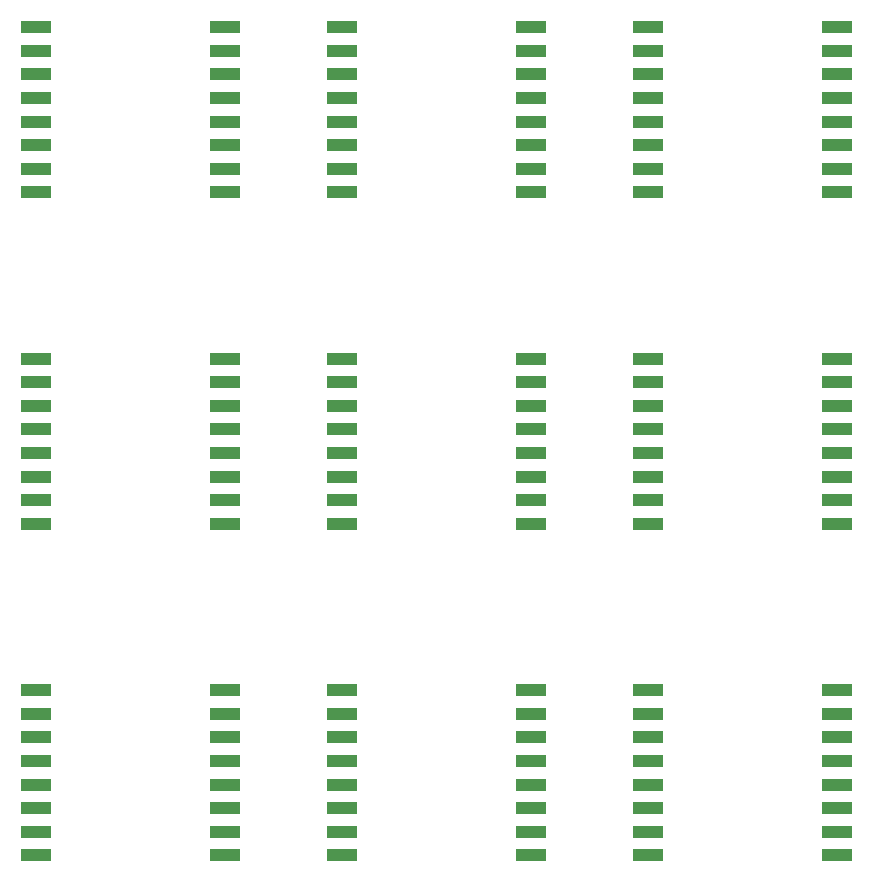
<source format=gbp>
G75*
%MOIN*%
%OFA0B0*%
%FSLAX25Y25*%
%IPPOS*%
%LPD*%
%AMOC8*
5,1,8,0,0,1.08239X$1,22.5*
%
%ADD10R,0.10236X0.04331*%
D10*
X0121596Y0047411D03*
X0121596Y0055285D03*
X0121596Y0063159D03*
X0121596Y0071033D03*
X0121596Y0078907D03*
X0121596Y0086781D03*
X0121596Y0094656D03*
X0121596Y0102530D03*
X0121596Y0157911D03*
X0121596Y0165785D03*
X0121596Y0173659D03*
X0121596Y0181533D03*
X0121596Y0189407D03*
X0121596Y0197281D03*
X0121596Y0205156D03*
X0121596Y0213030D03*
X0121596Y0268411D03*
X0121596Y0276285D03*
X0121596Y0284159D03*
X0121596Y0292033D03*
X0121596Y0299907D03*
X0121596Y0307781D03*
X0121596Y0315656D03*
X0121596Y0323530D03*
X0184588Y0323530D03*
X0184588Y0315656D03*
X0184588Y0307781D03*
X0184588Y0299907D03*
X0184588Y0292033D03*
X0184588Y0284159D03*
X0184588Y0276285D03*
X0184588Y0268411D03*
X0223596Y0268411D03*
X0223596Y0276285D03*
X0223596Y0284159D03*
X0223596Y0292033D03*
X0223596Y0299907D03*
X0223596Y0307781D03*
X0223596Y0315656D03*
X0223596Y0323530D03*
X0286588Y0323530D03*
X0286588Y0315656D03*
X0286588Y0307781D03*
X0286588Y0299907D03*
X0286588Y0292033D03*
X0286588Y0284159D03*
X0286588Y0276285D03*
X0286588Y0268411D03*
X0325596Y0268411D03*
X0325596Y0276285D03*
X0325596Y0284159D03*
X0325596Y0292033D03*
X0325596Y0299907D03*
X0325596Y0307781D03*
X0325596Y0315656D03*
X0325596Y0323530D03*
X0388588Y0323530D03*
X0388588Y0315656D03*
X0388588Y0307781D03*
X0388588Y0299907D03*
X0388588Y0292033D03*
X0388588Y0284159D03*
X0388588Y0276285D03*
X0388588Y0268411D03*
X0388588Y0213030D03*
X0388588Y0205156D03*
X0388588Y0197281D03*
X0388588Y0189407D03*
X0388588Y0181533D03*
X0388588Y0173659D03*
X0388588Y0165785D03*
X0388588Y0157911D03*
X0388588Y0102530D03*
X0388588Y0094656D03*
X0388588Y0086781D03*
X0388588Y0078907D03*
X0388588Y0071033D03*
X0388588Y0063159D03*
X0388588Y0055285D03*
X0388588Y0047411D03*
X0325596Y0047411D03*
X0325596Y0055285D03*
X0325596Y0063159D03*
X0325596Y0071033D03*
X0325596Y0078907D03*
X0325596Y0086781D03*
X0325596Y0094656D03*
X0325596Y0102530D03*
X0286588Y0102530D03*
X0286588Y0094656D03*
X0286588Y0086781D03*
X0286588Y0078907D03*
X0286588Y0071033D03*
X0286588Y0063159D03*
X0286588Y0055285D03*
X0286588Y0047411D03*
X0223596Y0047411D03*
X0223596Y0055285D03*
X0223596Y0063159D03*
X0223596Y0071033D03*
X0223596Y0078907D03*
X0223596Y0086781D03*
X0223596Y0094656D03*
X0223596Y0102530D03*
X0184588Y0102530D03*
X0184588Y0094656D03*
X0184588Y0086781D03*
X0184588Y0078907D03*
X0184588Y0071033D03*
X0184588Y0063159D03*
X0184588Y0055285D03*
X0184588Y0047411D03*
X0184588Y0157911D03*
X0184588Y0165785D03*
X0184588Y0173659D03*
X0184588Y0181533D03*
X0184588Y0189407D03*
X0184588Y0197281D03*
X0184588Y0205156D03*
X0184588Y0213030D03*
X0223596Y0213030D03*
X0223596Y0205156D03*
X0223596Y0197281D03*
X0223596Y0189407D03*
X0223596Y0181533D03*
X0223596Y0173659D03*
X0223596Y0165785D03*
X0223596Y0157911D03*
X0286588Y0157911D03*
X0286588Y0165785D03*
X0286588Y0173659D03*
X0286588Y0181533D03*
X0286588Y0189407D03*
X0286588Y0197281D03*
X0286588Y0205156D03*
X0286588Y0213030D03*
X0325596Y0213030D03*
X0325596Y0205156D03*
X0325596Y0197281D03*
X0325596Y0189407D03*
X0325596Y0181533D03*
X0325596Y0173659D03*
X0325596Y0165785D03*
X0325596Y0157911D03*
M02*

</source>
